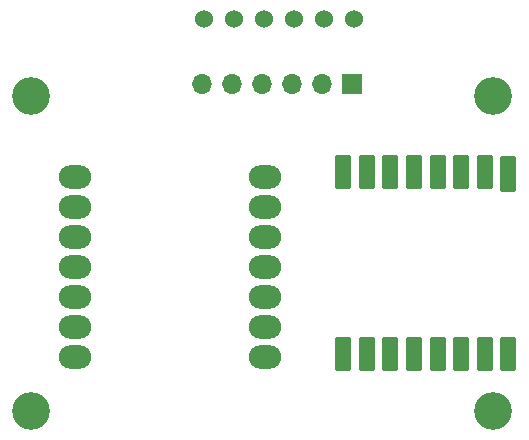
<source format=gbr>
%TF.GenerationSoftware,KiCad,Pcbnew,7.0.9*%
%TF.CreationDate,2024-02-15T22:09:53+01:00*%
%TF.ProjectId,esp32c3,65737033-3263-4332-9e6b-696361645f70,rev?*%
%TF.SameCoordinates,Original*%
%TF.FileFunction,Soldermask,Top*%
%TF.FilePolarity,Negative*%
%FSLAX46Y46*%
G04 Gerber Fmt 4.6, Leading zero omitted, Abs format (unit mm)*
G04 Created by KiCad (PCBNEW 7.0.9) date 2024-02-15 22:09:53*
%MOMM*%
%LPD*%
G01*
G04 APERTURE LIST*
G04 Aperture macros list*
%AMRoundRect*
0 Rectangle with rounded corners*
0 $1 Rounding radius*
0 $2 $3 $4 $5 $6 $7 $8 $9 X,Y pos of 4 corners*
0 Add a 4 corners polygon primitive as box body*
4,1,4,$2,$3,$4,$5,$6,$7,$8,$9,$2,$3,0*
0 Add four circle primitives for the rounded corners*
1,1,$1+$1,$2,$3*
1,1,$1+$1,$4,$5*
1,1,$1+$1,$6,$7*
1,1,$1+$1,$8,$9*
0 Add four rect primitives between the rounded corners*
20,1,$1+$1,$2,$3,$4,$5,0*
20,1,$1+$1,$4,$5,$6,$7,0*
20,1,$1+$1,$6,$7,$8,$9,0*
20,1,$1+$1,$8,$9,$2,$3,0*%
G04 Aperture macros list end*
%ADD10C,3.200000*%
%ADD11RoundRect,0.102000X-0.550000X1.400000X-0.550000X-1.400000X0.550000X-1.400000X0.550000X1.400000X0*%
%ADD12RoundRect,0.102000X-0.550000X1.300000X-0.550000X-1.300000X0.550000X-1.300000X0.550000X1.300000X0*%
%ADD13RoundRect,0.102000X0.550000X-1.300000X0.550000X1.300000X-0.550000X1.300000X-0.550000X-1.300000X0*%
%ADD14O,2.748280X1.998980*%
%ADD15R,1.700000X1.700000*%
%ADD16O,1.700000X1.700000*%
%ADD17C,1.524000*%
G04 APERTURE END LIST*
D10*
%TO.C,MH3*%
X172212000Y-93218000D03*
%TD*%
D11*
%TO.C,U3*%
X173482000Y-73152000D03*
D12*
X171482000Y-73052000D03*
X169482000Y-73052000D03*
X167482000Y-73052000D03*
X165482000Y-73052000D03*
X163482000Y-73052000D03*
X161482000Y-73052000D03*
X159482000Y-73052000D03*
D13*
X159482000Y-88452000D03*
X161482000Y-88452000D03*
X163482000Y-88452000D03*
X165482000Y-88452000D03*
X167482000Y-88452000D03*
X169482000Y-88452000D03*
X171482000Y-88452000D03*
X173482000Y-88452000D03*
%TD*%
D10*
%TO.C,MH3*%
X172212000Y-66548000D03*
%TD*%
%TO.C,MH3*%
X133096000Y-93218000D03*
%TD*%
%TO.C,MH3*%
X133096000Y-66548000D03*
%TD*%
D14*
%TO.C,U2*%
X136743440Y-73406000D03*
X136743440Y-75946000D03*
X136743440Y-78486000D03*
X136743440Y-81026000D03*
X136743440Y-83566000D03*
X136743440Y-86106000D03*
X136743440Y-88646000D03*
X152908000Y-88646000D03*
X152908000Y-86106000D03*
X152908000Y-83566000D03*
X152908000Y-81026000D03*
X152908000Y-78486000D03*
X152908000Y-75946000D03*
X152908000Y-73406000D03*
%TD*%
D15*
%TO.C,J1*%
X160274000Y-65532000D03*
D16*
X157734000Y-65532000D03*
X155194000Y-65532000D03*
X152654000Y-65532000D03*
X150114000Y-65532000D03*
X147574000Y-65532000D03*
%TD*%
D17*
%TO.C,U1*%
X160401000Y-60071000D03*
X157861000Y-60071000D03*
X155321000Y-60071000D03*
X152781000Y-60071000D03*
X150241000Y-60071000D03*
X147701000Y-60071000D03*
%TD*%
M02*

</source>
